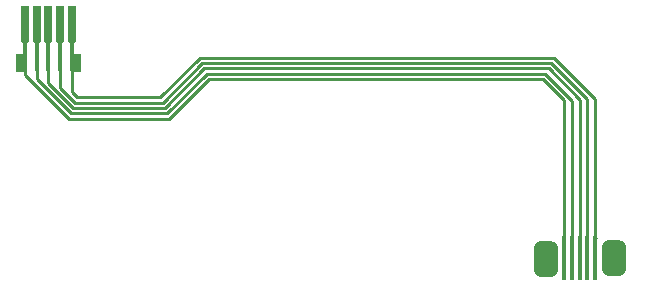
<source format=gbr>
%TF.GenerationSoftware,KiCad,Pcbnew,(5.99.0-10509-g065f85b504)*%
%TF.CreationDate,2021-07-11T16:04:47-06:00*%
%TF.ProjectId,OTG_Flex,4f54475f-466c-4657-982e-6b696361645f,1.1*%
%TF.SameCoordinates,Original*%
%TF.FileFunction,Copper,L1,Top*%
%TF.FilePolarity,Positive*%
%FSLAX46Y46*%
G04 Gerber Fmt 4.6, Leading zero omitted, Abs format (unit mm)*
G04 Created by KiCad (PCBNEW (5.99.0-10509-g065f85b504)) date 2021-07-11 16:04:47*
%MOMM*%
%LPD*%
G01*
G04 APERTURE LIST*
G04 Aperture macros list*
%AMRoundRect*
0 Rectangle with rounded corners*
0 $1 Rounding radius*
0 $2 $3 $4 $5 $6 $7 $8 $9 X,Y pos of 4 corners*
0 Add a 4 corners polygon primitive as box body*
4,1,4,$2,$3,$4,$5,$6,$7,$8,$9,$2,$3,0*
0 Add four circle primitives for the rounded corners*
1,1,$1+$1,$2,$3*
1,1,$1+$1,$4,$5*
1,1,$1+$1,$6,$7*
1,1,$1+$1,$8,$9*
0 Add four rect primitives between the rounded corners*
20,1,$1+$1,$2,$3,$4,$5,0*
20,1,$1+$1,$4,$5,$6,$7,0*
20,1,$1+$1,$6,$7,$8,$9,0*
20,1,$1+$1,$8,$9,$2,$3,0*%
%AMFreePoly0*
4,1,9,0.350000,-1.000000,0.200000,-1.150000,0.200000,-3.500000,-0.200000,-3.500000,-0.200000,-1.150000,-0.350000,-1.000000,-0.350000,2.000000,0.350000,2.000000,0.350000,-1.000000,0.350000,-1.000000,$1*%
%AMFreePoly1*
4,1,5,3.000000,-0.200000,-0.800000,-0.200000,-0.800000,0.200000,3.000000,0.200000,3.000000,-0.200000,3.000000,-0.200000,$1*%
G04 Aperture macros list end*
%TA.AperFunction,ConnectorPad*%
%ADD10R,0.800000X1.500000*%
%TD*%
%TA.AperFunction,ConnectorPad*%
%ADD11FreePoly0,0.000000*%
%TD*%
%TA.AperFunction,SMDPad,CuDef*%
%ADD12FreePoly1,90.000000*%
%TD*%
%TA.AperFunction,SMDPad,CuDef*%
%ADD13RoundRect,0.500000X-0.500000X-1.000000X0.500000X-1.000000X0.500000X1.000000X-0.500000X1.000000X0*%
%TD*%
%TA.AperFunction,Conductor*%
%ADD14C,0.250000*%
%TD*%
G04 APERTURE END LIST*
D10*
%TO.P,J2,1,Pin_1*%
%TO.N,Net-(J1-Pad1)*%
X146806200Y-92145659D03*
D11*
X147206200Y-89395659D03*
%TO.P,J2,2,Pin_2*%
%TO.N,Net-(J1-Pad2)*%
X148206200Y-89395659D03*
%TO.P,J2,3,Pin_3*%
%TO.N,Net-(J1-Pad3)*%
X149206200Y-89395659D03*
%TO.P,J2,4,Pin_4*%
%TO.N,Net-(J1-Pad4)*%
X150206200Y-89395659D03*
%TO.P,J2,5,Pin_5*%
%TO.N,Net-(J1-Pad5)*%
X151206200Y-89395659D03*
D10*
X151606200Y-92145659D03*
%TD*%
D12*
%TO.P,J1,1,Pin_1*%
%TO.N,Net-(J1-Pad1)*%
X192880000Y-109735000D03*
%TO.P,J1,2,Pin_2*%
%TO.N,Net-(J1-Pad2)*%
X193530000Y-109755000D03*
%TO.P,J1,3,Pin_3*%
%TO.N,Net-(J1-Pad3)*%
X194180000Y-109755000D03*
%TO.P,J1,4,Pin_4*%
%TO.N,Net-(J1-Pad4)*%
X194830000Y-109755000D03*
%TO.P,J1,5,Pin_5*%
%TO.N,Net-(J1-Pad5)*%
X195480000Y-109755000D03*
D13*
%TO.P,J1,6*%
%TO.N,N/C*%
X197080000Y-108695000D03*
X191330000Y-108705000D03*
%TD*%
D14*
%TO.N,Net-(J1-Pad5)*%
X162043809Y-91699320D02*
X191978520Y-91699320D01*
X158683270Y-95059859D02*
X162043809Y-91699320D01*
X151206200Y-89395659D02*
X151206200Y-94601941D01*
X195503800Y-95224600D02*
X195503800Y-108407200D01*
X151206200Y-94601941D02*
X151664118Y-95059859D01*
X191978520Y-91699320D02*
X195503800Y-95224600D01*
X151664118Y-95059859D02*
X158683270Y-95059859D01*
X195503800Y-106934000D02*
X195554600Y-106984800D01*
%TO.N,Net-(J1-Pad4)*%
X191742958Y-92148840D02*
X162230006Y-92148840D01*
X158869467Y-95509379D02*
X151477921Y-95509379D01*
X158869467Y-95509379D02*
X153332120Y-95509379D01*
X151477921Y-95509379D02*
X150206200Y-94237659D01*
X194830000Y-109755000D02*
X194830000Y-95235882D01*
X194830000Y-95235882D02*
X191742958Y-92148840D01*
X150206200Y-94237659D02*
X150206200Y-89395659D01*
X162230006Y-92148840D02*
X158869467Y-95509379D01*
%TO.N,Net-(J1-Pad3)*%
X159055665Y-95958899D02*
X162416206Y-92598360D01*
X153875501Y-95958899D02*
X159055665Y-95958899D01*
X149206200Y-93873377D02*
X151291724Y-95958899D01*
X194208400Y-95250000D02*
X194208400Y-107823000D01*
X162416206Y-92598360D02*
X191556760Y-92598360D01*
X153875501Y-95958899D02*
X153990160Y-95958899D01*
X151291724Y-95958899D02*
X153875501Y-95958899D01*
X149206200Y-89395659D02*
X149206200Y-93873377D01*
X191556760Y-92598360D02*
X194208400Y-95250000D01*
%TO.N,Net-(J1-Pad2)*%
X193530000Y-95332883D02*
X191244997Y-93047880D01*
X159241863Y-96408419D02*
X153771600Y-96408419D01*
X148206200Y-93509092D02*
X151105527Y-96408419D01*
X148206200Y-89395659D02*
X148206200Y-93509092D01*
X151105527Y-96408419D02*
X154328040Y-96408419D01*
X193530000Y-109755000D02*
X193530000Y-95332883D01*
X162602403Y-93047880D02*
X159241863Y-96408419D01*
X191244997Y-93047880D02*
X162602403Y-93047880D01*
%TO.N,Net-(J1-Pad1)*%
X159428061Y-96857939D02*
X150919330Y-96857939D01*
X192880000Y-109735000D02*
X192880000Y-95318600D01*
X191058800Y-93497400D02*
X162788600Y-93497400D01*
X150919330Y-96857939D02*
X147206200Y-93144809D01*
X162788600Y-93497400D02*
X159428061Y-96857939D01*
X147206200Y-93144809D02*
X147206200Y-89395659D01*
X192880000Y-95318600D02*
X191058800Y-93497400D01*
%TD*%
M02*

</source>
